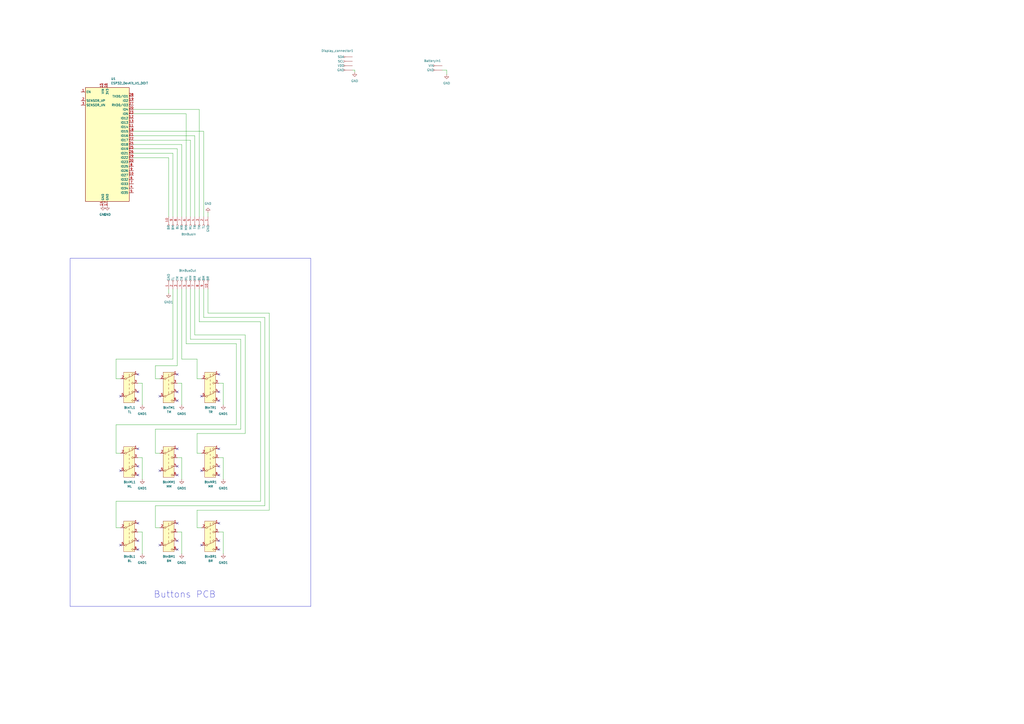
<source format=kicad_sch>
(kicad_sch (version 20250114) (generator "eeschema") (generator_version "9.0")
  (paper "A2")
  (lib_symbols
    (symbol "Conn_01x04_Socket_1" (pin_numbers (hide yes)) (pin_names (offset 1.016))
      (property "Reference" "Display_connector" (at -5.842 5.842 0))
      (symbol "Conn_01x04_Socket_1_1_1"
        (polyline (pts (xy -1.27 2.54) (xy -0.508 2.54)) (stroke (width 0.1524)))
        (polyline (pts (xy -1.27 0) (xy -0.508 0)) (stroke (width 0.1524)))
        (polyline (pts (xy -1.27 -2.54) (xy -0.508 -2.54)) (stroke (width 0.1524)))
        (polyline (pts (xy -1.27 -5.08) (xy -0.508 -5.08)) (stroke (width 0.1524)))
        (arc (start 0 2.032) (mid -0.5058 2.54) (end 0 3.048) (stroke (width 0.1524)))
        (arc (start 0 -0.508) (mid -0.5058 0) (end 0 0.508) (stroke (width 0.1524)))
        (arc (start 0 -3.048) (mid -0.5058 -2.54) (end 0 -2.032) (stroke (width 0.1524)))
        (arc (start 0 -5.588) (mid -0.5058 -5.08) (end 0 -4.572) (stroke (width 0.1524)))
        (pin passive line (at -5.08 2.54 0) (length 3.81) (name "GND") (number "1"))
        (pin passive line (at -5.08 0 0) (length 3.81) (name "VDD") (number "2"))
        (pin passive line (at -5.08 -2.54 0) (length 3.81) (name "SCL") (number "3"))
        (pin passive line (at -5.08 -5.08 0) (length 3.81) (name "SDA") (number "4"))
      )
    )
    (symbol "Connector:Conn_01x02_Socket" (pin_numbers (hide yes)) (pin_names (offset 1.016))
      (property "Reference" "J1" (at 1.27 0.0001 0))
      (property "Value" "Conn_01x02_Socket" (at 1.27 -2.5399 0))
      (symbol "Conn_01x02_Socket_1_1"
        (polyline (pts (xy -1.27 0) (xy -0.508 0)) (stroke (width 0.1524)))
        (polyline (pts (xy -1.27 -2.54) (xy -0.508 -2.54)) (stroke (width 0.1524)))
        (arc (start 0 -0.508) (mid -0.5058 0) (end 0 0.508) (stroke (width 0.1524)))
        (arc (start 0 -3.048) (mid -0.5058 -2.54) (end 0 -2.032) (stroke (width 0.1524)))
        (pin passive line (at -5.08 0 0) (length 3.81) (name "GND") (number "1"))
        (pin passive line (at -5.08 -2.54 0) (length 3.81) (name "VIN") (number "2"))
      )
    )
    (symbol "Connector:Conn_01x10_Socket" (pin_names (offset 1.016))
      (property "Reference" "J1" (at 1.27 0.0001 0))
      (property "Value" "Btn_Conn" (at 5.08 0 90))
      (symbol "Conn_01x10_Socket_1_1"
        (polyline (pts (xy -1.27 10.16) (xy -0.508 10.16)) (stroke (width 0.1524)))
        (polyline (pts (xy -1.27 7.62) (xy -0.508 7.62)) (stroke (width 0.1524)))
        (polyline (pts (xy -1.27 5.08) (xy -0.508 5.08)) (stroke (width 0.1524)))
        (polyline (pts (xy -1.27 2.54) (xy -0.508 2.54)) (stroke (width 0.1524)))
        (polyline (pts (xy -1.27 0) (xy -0.508 0)) (stroke (width 0.1524)))
        (polyline (pts (xy -1.27 -2.54) (xy -0.508 -2.54)) (stroke (width 0.1524)))
        (polyline (pts (xy -1.27 -5.08) (xy -0.508 -5.08)) (stroke (width 0.1524)))
        (polyline (pts (xy -1.27 -7.62) (xy -0.508 -7.62)) (stroke (width 0.1524)))
        (polyline (pts (xy -1.27 -10.16) (xy -0.508 -10.16)) (stroke (width 0.1524)))
        (polyline (pts (xy -1.27 -12.7) (xy -0.508 -12.7)) (stroke (width 0.1524)))
        (arc (start 0 9.652) (mid -0.5058 10.16) (end 0 10.668) (stroke (width 0.1524)))
        (arc (start 0 7.112) (mid -0.5058 7.62) (end 0 8.128) (stroke (width 0.1524)))
        (arc (start 0 4.572) (mid -0.5058 5.08) (end 0 5.588) (stroke (width 0.1524)))
        (arc (start 0 2.032) (mid -0.5058 2.54) (end 0 3.048) (stroke (width 0.1524)))
        (arc (start 0 -0.508) (mid -0.5058 0) (end 0 0.508) (stroke (width 0.1524)))
        (arc (start 0 -3.048) (mid -0.5058 -2.54) (end 0 -2.032) (stroke (width 0.1524)))
        (arc (start 0 -5.588) (mid -0.5058 -5.08) (end 0 -4.572) (stroke (width 0.1524)))
        (arc (start 0 -8.128) (mid -0.5058 -7.62) (end 0 -7.112) (stroke (width 0.1524)))
        (arc (start 0 -10.668) (mid -0.5058 -10.16) (end 0 -9.652) (stroke (width 0.1524)))
        (arc (start 0 -13.208) (mid -0.5058 -12.7) (end 0 -12.192) (stroke (width 0.1524)))
        (pin passive line (at -5.08 10.16 0) (length 3.81) (name "GND") (number "1"))
        (pin passive line (at -5.08 7.62 0) (length 3.81) (name "TL") (number "2"))
        (pin passive line (at -5.08 5.08 0) (length 3.81) (name "TM") (number "3"))
        (pin passive line (at -5.08 2.54 0) (length 3.81) (name "TR") (number "4"))
        (pin passive line (at -5.08 0 0) (length 3.81) (name "ML") (number "5"))
        (pin passive line (at -5.08 -2.54 0) (length 3.81) (name "MM") (number "6"))
        (pin passive line (at -5.08 -5.08 0) (length 3.81) (name "MR") (number "7"))
        (pin passive line (at -5.08 -7.62 0) (length 3.81) (name "BL") (number "8"))
        (pin passive line (at -5.08 -10.16 0) (length 3.81) (name "BM") (number "9"))
        (pin passive line (at -5.08 -12.7 0) (length 3.81) (name "BR") (number "10"))
      )
    )
    (symbol "ESP32_DevKit_V1_DOIT:ESP32_DevKit_V1_DOIT"
      (property "Reference" "U" (at -11.43 34.29 0))
      (property "Value" "ESP32_DevKit_V1_DOIT" (at 11.43 34.29 0))
      (symbol "ESP32_DevKit_V1_DOIT_1_1"
        (rectangle (start -12.7 33.02) (end 12.7 -33.02) (stroke (width 0.254)) (fill (type background)))
        (pin input line (at -15.24 30.48 0) (length 2.54) (name "EN") (number "1"))
        (pin input line (at -15.24 25.4 0) (length 2.54) (name "SENSOR_VP") (number "2"))
        (pin input line (at -15.24 22.86 0) (length 2.54) (name "SENSOR_VN") (number "3"))
        (pin power_in line (at -2.54 35.56 270) (length 2.54) (name "VIN") (number "15"))
        (pin power_in line (at -2.54 -35.56 90) (length 2.54) (name "GND") (number "14"))
        (pin power_in line (at 0 35.56 270) (length 2.54) (name "3V3") (number "16"))
        (pin power_in line (at 0 -35.56 90) (length 2.54) (name "GND") (number "17"))
        (pin bidirectional line (at 15.24 27.94 180) (length 2.54) (name "TXD0/IO1") (number "28"))
        (pin bidirectional line (at 15.24 25.4 180) (length 2.54) (name "IO2") (number "19"))
        (pin bidirectional line (at 15.24 22.86 180) (length 2.54) (name "RXD0/IO3") (number "27"))
        (pin bidirectional line (at 15.24 20.32 180) (length 2.54) (name "IO4") (number "20"))
        (pin bidirectional line (at 15.24 17.78 180) (length 2.54) (name "IO5") (number "23"))
        (pin bidirectional line (at 15.24 15.24 180) (length 2.54) (name "IO12") (number "12"))
        (pin bidirectional line (at 15.24 12.7 180) (length 2.54) (name "IO13") (number "13"))
        (pin bidirectional line (at 15.24 10.16 180) (length 2.54) (name "IO14") (number "11"))
        (pin bidirectional line (at 15.24 7.62 180) (length 2.54) (name "IO15") (number "18"))
        (pin bidirectional line (at 15.24 5.08 180) (length 2.54) (name "IO16") (number "21"))
        (pin bidirectional line (at 15.24 2.54 180) (length 2.54) (name "IO17") (number "22"))
        (pin bidirectional line (at 15.24 0 180) (length 2.54) (name "IO18") (number "24"))
        (pin bidirectional line (at 15.24 -2.54 180) (length 2.54) (name "IO19") (number "25"))
        (pin bidirectional line (at 15.24 -5.08 180) (length 2.54) (name "IO21") (number "26"))
        (pin bidirectional line (at 15.24 -7.62 180) (length 2.54) (name "IO22") (number "29"))
        (pin bidirectional line (at 15.24 -10.16 180) (length 2.54) (name "IO23") (number "30"))
        (pin bidirectional line (at 15.24 -12.7 180) (length 2.54) (name "IO25") (number "8"))
        (pin bidirectional line (at 15.24 -15.24 180) (length 2.54) (name "IO26") (number "9"))
        (pin bidirectional line (at 15.24 -17.78 180) (length 2.54) (name "IO27") (number "10"))
        (pin bidirectional line (at 15.24 -20.32 180) (length 2.54) (name "IO32") (number "6"))
        (pin bidirectional line (at 15.24 -22.86 180) (length 2.54) (name "IO33") (number "7"))
        (pin input line (at 15.24 -25.4 180) (length 2.54) (name "IO34") (number "4"))
        (pin input line (at 15.24 -27.94 180) (length 2.54) (name "IO35") (number "5"))
      )
    )
    (symbol "Switch:SW_Push_DPDT" (pin_names (offset 0) (hide yes))
      (property "Reference" "SW" (at 0 10.16 0))
      (property "Value" "SW_Push_DPDT" (at 0 -10.16 0))
      (symbol "SW_Push_DPDT_0_0"
        (circle (center -2.032 5.08) (radius 0.508))
        (circle (center -2.032 -5.08) (radius 0.508))
        (circle (center 2.032 2.54) (radius 0.508))
        (circle (center 2.032 -7.62) (radius 0.508))
      )
      (symbol "SW_Push_DPDT_0_1"
        (polyline (pts (xy -1.524 5.334) (xy 2.3368 7.0612)))
        (polyline (pts (xy -1.524 -4.826) (xy 2.3368 -3.0988)))
        (polyline (pts (xy 0 7.874) (xy 0 6.096)))
        (polyline (pts (xy 0 3.556) (xy 0 4.572)))
        (polyline (pts (xy 0 1.27) (xy 0 2.286)))
        (polyline (pts (xy 0 -1.016) (xy 0 0)))
        (polyline (pts (xy 0 -2.286) (xy 0 -4.064)))
        (circle (center 2.032 7.62) (radius 0.508))
        (circle (center 2.032 -2.54) (radius 0.508))
      )
      (symbol "SW_Push_DPDT_1_1"
        (rectangle (start -3.175 8.89) (end 3.175 -8.89) (fill (type background)))
        (pin passive line (at -5.08 5.08 0) (length 2.54) (name "B") (number "2"))
        (pin passive line (at -5.08 -5.08 0) (length 2.54) (name "B") (number "5"))
        (pin passive line (at 5.08 7.62 180) (length 2.54) (name "A") (number "1"))
        (pin passive line (at 5.08 2.54 180) (length 2.54) (name "C") (number "3"))
        (pin passive line (at 5.08 -2.54 180) (length 2.54) (name "A") (number "4"))
        (pin passive line (at 5.08 -7.62 180) (length 2.54) (name "C") (number "6"))
      )
    )
    (symbol "power:GND" (power) (pin_numbers (hide yes)) (pin_names (offset 0) (hide yes))
      (property "Value" "GND" (at 0 -3.81 0))
      (symbol "GND_0_1"
        (polyline (pts (xy 0 0) (xy 0 -1.27) (xy 1.27 -1.27) (xy 0 -2.54) (xy -1.27 -1.27) (xy 0 -1.27)))
      )
      (symbol "GND_1_1"
        (pin power_in line (at 0 0 270) (length 0) (name "~") (number "1"))
      )
    )
    (symbol "power:GND1" (power) (pin_numbers (hide yes)) (pin_names (offset 0) (hide yes))
      (property "Value" "GND1" (at 0 -3.81 0))
      (symbol "GND1_0_1"
        (polyline (pts (xy 0 0) (xy 0 -1.27) (xy 1.27 -1.27) (xy 0 -2.54) (xy -1.27 -1.27) (xy 0 -1.27)))
      )
      (symbol "GND1_1_1"
        (pin power_in line (at 0 0 270) (length 0) (name "~") (number "1"))
      )
    )
  )
  (rectangle (start 40.64 149.86) (end 180.34 351.79))
  (text "Buttons PCB" (at 107.188 344.932 0) (effects (font (size 3.81 3.81))))
  (no_connect (at 92.71 273.05))
  (no_connect (at 102.87 217.17))
  (no_connect (at 102.87 227.33))
  (no_connect (at 80.01 227.33))
  (no_connect (at 102.87 270.51))
  (no_connect (at 127 313.69))
  (no_connect (at 127 217.17))
  (no_connect (at 127 260.35))
  (no_connect (at 116.84 273.05))
  (no_connect (at 80.01 275.59))
  (no_connect (at 116.84 229.87))
  (no_connect (at 102.87 232.41))
  (no_connect (at 102.87 303.53))
  (no_connect (at 80.01 303.53))
  (no_connect (at 127 227.33))
  (no_connect (at 80.01 217.17))
  (no_connect (at 80.01 318.77))
  (no_connect (at 116.84 316.23))
  (no_connect (at 127 270.51))
  (no_connect (at 80.01 232.41))
  (no_connect (at 80.01 260.35))
  (no_connect (at 127 318.77))
  (no_connect (at 127 303.53))
  (no_connect (at 102.87 318.77))
  (no_connect (at 102.87 275.59))
  (no_connect (at 102.87 260.35))
  (no_connect (at 69.85 316.23))
  (no_connect (at 69.85 229.87))
  (no_connect (at 80.01 313.69))
  (no_connect (at 92.71 316.23))
  (no_connect (at 127 275.59))
  (no_connect (at 80.01 270.51))
  (no_connect (at 102.87 313.69))
  (no_connect (at 69.85 273.05))
  (no_connect (at 92.71 229.87))
  (no_connect (at 127 232.41))
  (wire (pts (xy 115.57 186.69) (xy 151.13 186.69)))
  (wire (pts (xy 67.31 262.89) (xy 69.85 262.89)))
  (wire (pts (xy 129.54 222.25) (xy 129.54 234.95)))
  (wire (pts (xy 129.54 308.61) (xy 129.54 321.31)))
  (wire (pts (xy 115.57 63.5) (xy 77.47 63.5)))
  (wire (pts (xy 114.3 251.46) (xy 114.3 262.89)))
  (wire (pts (xy 120.65 181.61) (xy 156.21 181.61)))
  (wire (pts (xy 110.49 81.28) (xy 77.47 81.28)))
  (wire (pts (xy 67.31 219.71) (xy 69.85 219.71)))
  (wire (pts (xy 127 308.61) (xy 129.54 308.61)))
  (wire (pts (xy 97.79 91.44) (xy 77.47 91.44)))
  (wire (pts (xy 114.3 219.71) (xy 116.84 219.71)))
  (wire (pts (xy 105.41 83.82) (xy 77.47 83.82)))
  (wire (pts (xy 92.71 262.89) (xy 90.17 262.89)))
  (wire (pts (xy 67.31 246.38) (xy 67.31 262.89)))
  (wire (pts (xy 105.41 308.61) (xy 105.41 321.31)))
  (wire (pts (xy 67.31 290.83) (xy 67.31 306.07)))
  (wire (pts (xy 137.16 246.38) (xy 67.31 246.38)))
  (wire (pts (xy 142.24 194.31) (xy 142.24 251.46)))
  (wire (pts (xy 100.33 125.73) (xy 100.33 88.9)))
  (wire (pts (xy 100.33 208.28) (xy 100.33 167.64)))
  (wire (pts (xy 129.54 265.43) (xy 129.54 278.13)))
  (wire (pts (xy 114.3 208.28) (xy 105.41 208.28)))
  (wire (pts (xy 105.41 265.43) (xy 105.41 278.13)))
  (wire (pts (xy 156.21 295.91) (xy 114.3 295.91)))
  (wire (pts (xy 102.87 125.73) (xy 102.87 86.36)))
  (wire (pts (xy 127 265.43) (xy 129.54 265.43)))
  (wire (pts (xy 92.71 306.07) (xy 90.17 306.07)))
  (wire (pts (xy 205.74 40.64) (xy 205.74 41.91)))
  (wire (pts (xy 153.67 293.37) (xy 90.17 293.37)))
  (wire (pts (xy 102.87 308.61) (xy 105.41 308.61)))
  (wire (pts (xy 110.49 196.85) (xy 139.7 196.85)))
  (wire (pts (xy 110.49 125.73) (xy 110.49 81.28)))
  (wire (pts (xy 114.3 295.91) (xy 114.3 306.07)))
  (wire (pts (xy 137.16 199.39) (xy 137.16 246.38)))
  (wire (pts (xy 67.31 306.07) (xy 69.85 306.07)))
  (wire (pts (xy 97.79 125.73) (xy 97.79 91.44)))
  (wire (pts (xy 139.7 248.92) (xy 90.17 248.92)))
  (wire (pts (xy 127 222.25) (xy 129.54 222.25)))
  (wire (pts (xy 97.79 167.64) (xy 97.79 170.18)))
  (wire (pts (xy 67.31 208.28) (xy 100.33 208.28)))
  (wire (pts (xy 100.33 88.9) (xy 77.47 88.9)))
  (wire (pts (xy 142.24 251.46) (xy 114.3 251.46)))
  (wire (pts (xy 256.54 40.64) (xy 259.08 40.64)))
  (wire (pts (xy 120.65 167.64) (xy 120.65 181.61)))
  (wire (pts (xy 113.03 125.73) (xy 113.03 78.74)))
  (wire (pts (xy 204.47 40.64) (xy 205.74 40.64)))
  (wire (pts (xy 80.01 308.61) (xy 82.55 308.61)))
  (wire (pts (xy 120.65 123.19) (xy 120.65 125.73)))
  (wire (pts (xy 115.57 125.73) (xy 115.57 63.5)))
  (wire (pts (xy 102.87 265.43) (xy 105.41 265.43)))
  (wire (pts (xy 92.71 219.71) (xy 90.17 219.71)))
  (wire (pts (xy 118.11 76.2) (xy 77.47 76.2)))
  (wire (pts (xy 67.31 219.71) (xy 67.31 208.28)))
  (wire (pts (xy 90.17 212.09) (xy 102.87 212.09)))
  (wire (pts (xy 113.03 167.64) (xy 113.03 194.31)))
  (wire (pts (xy 118.11 184.15) (xy 153.67 184.15)))
  (wire (pts (xy 82.55 265.43) (xy 82.55 278.13)))
  (wire (pts (xy 105.41 208.28) (xy 105.41 167.64)))
  (wire (pts (xy 107.95 125.73) (xy 107.95 66.04)))
  (wire (pts (xy 80.01 265.43) (xy 82.55 265.43)))
  (wire (pts (xy 151.13 186.69) (xy 151.13 290.83)))
  (wire (pts (xy 107.95 167.64) (xy 107.95 199.39)))
  (wire (pts (xy 139.7 196.85) (xy 139.7 248.92)))
  (wire (pts (xy 151.13 290.83) (xy 67.31 290.83)))
  (wire (pts (xy 102.87 222.25) (xy 105.41 222.25)))
  (wire (pts (xy 156.21 181.61) (xy 156.21 295.91)))
  (wire (pts (xy 102.87 212.09) (xy 102.87 167.64)))
  (wire (pts (xy 105.41 125.73) (xy 105.41 83.82)))
  (wire (pts (xy 115.57 167.64) (xy 115.57 186.69)))
  (wire (pts (xy 82.55 308.61) (xy 82.55 321.31)))
  (wire (pts (xy 102.87 86.36) (xy 77.47 86.36)))
  (wire (pts (xy 105.41 222.25) (xy 105.41 234.95)))
  (wire (pts (xy 80.01 222.25) (xy 82.55 222.25)))
  (wire (pts (xy 110.49 167.64) (xy 110.49 196.85)))
  (wire (pts (xy 118.11 167.64) (xy 118.11 184.15)))
  (wire (pts (xy 118.11 125.73) (xy 118.11 76.2)))
  (wire (pts (xy 107.95 66.04) (xy 77.47 66.04)))
  (wire (pts (xy 114.3 219.71) (xy 114.3 208.28)))
  (wire (pts (xy 153.67 184.15) (xy 153.67 293.37)))
  (wire (pts (xy 113.03 78.74) (xy 77.47 78.74)))
  (wire (pts (xy 90.17 212.09) (xy 90.17 219.71)))
  (wire (pts (xy 90.17 248.92) (xy 90.17 262.89)))
  (wire (pts (xy 107.95 199.39) (xy 137.16 199.39)))
  (wire (pts (xy 114.3 262.89) (xy 116.84 262.89)))
  (wire (pts (xy 82.55 222.25) (xy 82.55 234.95)))
  (wire (pts (xy 114.3 306.07) (xy 116.84 306.07)))
  (wire (pts (xy 259.08 40.64) (xy 259.08 43.18)))
  (wire (pts (xy 90.17 293.37) (xy 90.17 306.07)))
  (wire (pts (xy 113.03 194.31) (xy 142.24 194.31)))
  (symbol (lib_id "power:GND") (at 205.74 41.91 0) (unit 1)
    (property "Reference" "#PWR04" (effects (hide yes)))
    (property "Value" "GND" (at 205.74 46.99 0))
    (property "Description" "Power symbol creates a global label with name \"GND\" , ground" (effects (hide yes)))
  )
  (symbol (lib_id "power:GND1") (at 97.79 170.18 0) (mirror y) (unit 1)
    (property "Reference" "#PWR07" (effects (hide yes)))
    (property "Value" "GND1" (at 97.79 175.26 0))
    (property "Description" "Power symbol creates a global label with name \"GND1\" , ground" (effects (hide yes)))
  )
  (symbol (lib_id "Connector:Conn_01x02_Socket") (at 251.46 40.64 180) (unit 1)
    (property "Reference" "BatteryIn1" (at 255.778 35.306 0) (effects (justify left)))
    (property "Value" "Conn_01x02_Socket" (effects (hide yes)))
    (property "Footprint" "Connector_JST:JST_XH_B2B-XH-A_1x02_P2.50mm_Vertical" (effects (hide yes)))
    (property "Description" "Generic connector, single row, 01x02, script generated" (effects (hide yes)))
  )
  (symbol (lib_id "Connector:Conn_01x10_Socket") (at 107.95 162.56 90) (unit 1)
    (property "Reference" "BtnBusOut1" (effects (hide yes)))
    (property "Value" "BtnBusOut" (at 113.792 156.972 90) (effects (justify left)))
    (property "Footprint" "Connector_JST:JST_XH_B10B-XH-A_1x10_P2.50mm_Vertical" (effects (hide yes)))
    (property "Description" "Generic connector, single row, 01x10, script generated" (effects (hide yes)))
  )
  (symbol (lib_id "Switch:SW_Push_DPDT") (at 97.79 224.79 0) (unit 1)
    (property "Reference" "BtnTM1" (at 98.044 236.474 0))
    (property "Value" "TM" (at 98.044 239.014 0))
    (property "Footprint" "SW_DPDT_XLX:SW_DPDT_XLX" (effects (hide yes)))
    (property "Description" "Momentary Switch, dual pole double throw" (effects (hide yes)))
  )
  (symbol (lib_id "power:GND1") (at 82.55 321.31 0) (unit 1)
    (property "Reference" "#PWR013" (effects (hide yes)))
    (property "Value" "GND1" (at 82.55 326.39 0))
    (property "Description" "Power symbol creates a global label with name \"GND1\" , ground" (effects (hide yes)))
  )
  (symbol (lib_id "power:GND1") (at 82.55 278.13 0) (unit 1)
    (property "Reference" "#PWR010" (effects (hide yes)))
    (property "Value" "GND1" (at 82.55 283.21 0))
    (property "Description" "Power symbol creates a global label with name \"GND1\" , ground" (effects (hide yes)))
  )
  (symbol (lib_id "power:GND1") (at 129.54 321.31 0) (unit 1)
    (property "Reference" "#PWR015" (effects (hide yes)))
    (property "Value" "GND1" (at 129.54 326.39 0))
    (property "Description" "Power symbol creates a global label with name \"GND1\" , ground" (effects (hide yes)))
  )
  (symbol (lib_id "power:GND1") (at 129.54 278.13 0) (unit 1)
    (property "Reference" "#PWR012" (effects (hide yes)))
    (property "Value" "GND1" (at 129.54 283.21 0))
    (property "Description" "Power symbol creates a global label with name \"GND1\" , ground" (effects (hide yes)))
  )
  (symbol (lib_id "power:GND") (at 120.65 123.19 180) (unit 1)
    (property "Reference" "#PWR06" (effects (hide yes)))
    (property "Value" "GND" (at 120.65 118.11 0))
    (property "Description" "Power symbol creates a global label with name \"GND\" , ground" (effects (hide yes)))
  )
  (symbol (lib_id "ESP32_DevKit_V1_DOIT:ESP32_DevKit_V1_DOIT") (at 62.23 83.82 0) (unit 1)
    (property "Reference" "U1" (at 64.3733 45.72 0) (effects (justify left)))
    (property "Value" "ESP32_DevKit_V1_DOIT" (at 64.3733 48.26 0) (effects (justify left)))
    (property "Footprint" "ESP32_DevKit_V1_DOIT:esp32_devkit_v1_doit" (effects (hide yes)))
    (property "Datasheet" "https://aliexpress.com/item/32864722159.html" (effects (hide yes)))
    (property "Description" "32-bit microcontroller module with WiFi and Bluetooth" (effects (hide yes)))
  )
  (symbol (lib_id "Switch:SW_Push_DPDT") (at 121.92 224.79 0) (unit 1)
    (property "Reference" "BtnTR1" (at 122.174 236.474 0))
    (property "Value" "TR" (at 122.174 239.014 0))
    (property "Footprint" "SW_DPDT_XLX:SW_DPDT_XLX" (effects (hide yes)))
    (property "Description" "Momentary Switch, dual pole double throw" (effects (hide yes)))
  )
  (symbol (lib_id "power:GND") (at 259.08 43.18 0) (unit 1)
    (property "Reference" "#PWR01" (effects (hide yes)))
    (property "Value" "GND" (at 259.08 48.26 0))
    (property "Description" "Power symbol creates a global label with name \"GND\" , ground" (effects (hide yes)))
  )
  (symbol (lib_id "power:GND") (at 59.69 119.38 0) (unit 1)
    (property "Reference" "#PWR02" (effects (hide yes)))
    (property "Value" "GND" (at 59.69 124.46 0))
    (property "Description" "Power symbol creates a global label with name \"GND\" , ground" (effects (hide yes)))
  )
  (symbol (lib_id "Switch:SW_Push_DPDT") (at 74.93 267.97 0) (unit 1)
    (property "Reference" "BtnML1" (at 75.184 279.654 0))
    (property "Value" "ML" (at 75.184 282.194 0))
    (property "Footprint" "SW_DPDT_XLX:SW_DPDT_XLX" (effects (hide yes)))
    (property "Description" "Momentary Switch, dual pole double throw" (effects (hide yes)))
  )
  (symbol (lib_name "Conn_01x04_Socket_1") (lib_id "Connector:Conn_01x04_Socket") (at 199.39 38.1 180) (unit 1)
    (property "Reference" "Display_connector1" (at 204.978 29.464 0) (effects (justify left)))
    (property "Value" "Conn_01x04_Socket" (effects (hide yes)))
    (property "Footprint" "Connector_JST:JST_XH_B4B-XH-A_1x04_P2.50mm_Vertical" (effects (hide yes)))
    (property "Description" "Generic connector, single row, 01x04, script generated" (effects (hide yes)))
  )
  (symbol (lib_id "power:GND1") (at 105.41 321.31 0) (unit 1)
    (property "Reference" "#PWR014" (effects (hide yes)))
    (property "Value" "GND1" (at 105.41 326.39 0))
    (property "Description" "Power symbol creates a global label with name \"GND1\" , ground" (effects (hide yes)))
  )
  (symbol (lib_id "Switch:SW_Push_DPDT") (at 97.79 311.15 0) (unit 1)
    (property "Reference" "BtnBM1" (at 98.044 322.834 0))
    (property "Value" "BM" (at 98.044 325.374 0))
    (property "Footprint" "SW_DPDT_XLX:SW_DPDT_XLX" (effects (hide yes)))
    (property "Description" "Momentary Switch, dual pole double throw" (effects (hide yes)))
  )
  (symbol (lib_id "Switch:SW_Push_DPDT") (at 74.93 311.15 0) (unit 1)
    (property "Reference" "BtnBL1" (at 75.184 322.834 0))
    (property "Value" "BL" (at 75.184 325.374 0))
    (property "Footprint" "SW_DPDT_XLX:SW_DPDT_XLX" (effects (hide yes)))
    (property "Description" "Momentary Switch, dual pole double throw" (effects (hide yes)))
  )
  (symbol (lib_id "Switch:SW_Push_DPDT") (at 121.92 311.15 0) (unit 1)
    (property "Reference" "BtnBR1" (at 122.174 322.834 0))
    (property "Value" "BR" (at 122.174 325.374 0))
    (property "Footprint" "SW_DPDT_XLX:SW_DPDT_XLX" (effects (hide yes)))
    (property "Description" "Momentary Switch, dual pole double throw" (effects (hide yes)))
  )
  (symbol (lib_id "power:GND1") (at 82.55 234.95 0) (unit 1)
    (property "Reference" "#PWR09" (effects (hide yes)))
    (property "Value" "GND1" (at 82.55 240.03 0))
    (property "Description" "Power symbol creates a global label with name \"GND1\" , ground" (effects (hide yes)))
  )
  (symbol (lib_id "Connector:Conn_01x10_Socket") (at 110.49 130.81 270) (unit 1)
    (property "Reference" "BtnBusIn1" (effects (hide yes)))
    (property "Value" "BtnBusIn" (at 105.156 135.89 90) (effects (justify left)))
    (property "Footprint" "Connector_JST:JST_XH_B10B-XH-A_1x10_P2.50mm_Vertical" (effects (hide yes)))
    (property "Description" "Generic connector, single row, 01x10, script generated" (effects (hide yes)))
  )
  (symbol (lib_id "power:GND1") (at 129.54 234.95 0) (unit 1)
    (property "Reference" "#PWR05" (effects (hide yes)))
    (property "Value" "GND1" (at 129.54 240.03 0))
    (property "Description" "Power symbol creates a global label with name \"GND1\" , ground" (effects (hide yes)))
  )
  (symbol (lib_id "Switch:SW_Push_DPDT") (at 74.93 224.79 0) (unit 1)
    (property "Reference" "BtnTL1" (at 75.184 236.474 0))
    (property "Value" "TL" (at 75.184 239.014 0))
    (property "Footprint" "SW_DPDT_XLX:SW_DPDT_XLX" (effects (hide yes)))
    (property "Description" "Momentary Switch, dual pole double throw" (effects (hide yes)))
  )
  (symbol (lib_id "power:GND1") (at 105.41 234.95 0) (unit 1)
    (property "Reference" "#PWR08" (effects (hide yes)))
    (property "Value" "GND1" (at 105.41 240.03 0))
    (property "Description" "Power symbol creates a global label with name \"GND1\" , ground" (effects (hide yes)))
  )
  (symbol (lib_id "power:GND") (at 62.23 119.38 0) (unit 1)
    (property "Reference" "#PWR03" (effects (hide yes)))
    (property "Value" "GND" (at 62.23 124.46 0))
    (property "Description" "Power symbol creates a global label with name \"GND\" , ground" (effects (hide yes)))
  )
  (symbol (lib_id "Switch:SW_Push_DPDT") (at 121.92 267.97 0) (unit 1)
    (property "Reference" "BtnMR1" (at 122.174 279.654 0))
    (property "Value" "MR" (at 122.174 282.194 0))
    (property "Footprint" "SW_DPDT_XLX:SW_DPDT_XLX" (effects (hide yes)))
    (property "Description" "Momentary Switch, dual pole double throw" (effects (hide yes)))
  )
  (symbol (lib_id "Switch:SW_Push_DPDT") (at 97.79 267.97 0) (unit 1)
    (property "Reference" "BtnMM1" (at 98.044 279.654 0))
    (property "Value" "MM" (at 98.044 282.194 0))
    (property "Footprint" "SW_DPDT_XLX:SW_DPDT_XLX" (effects (hide yes)))
    (property "Description" "Momentary Switch, dual pole double throw" (effects (hide yes)))
  )
  (symbol (lib_id "power:GND1") (at 105.41 278.13 0) (unit 1)
    (property "Reference" "#PWR011" (effects (hide yes)))
    (property "Value" "GND1" (at 105.41 283.21 0))
    (property "Description" "Power symbol creates a global label with name \"GND1\" , ground" (effects (hide yes)))
  )
)
</source>
